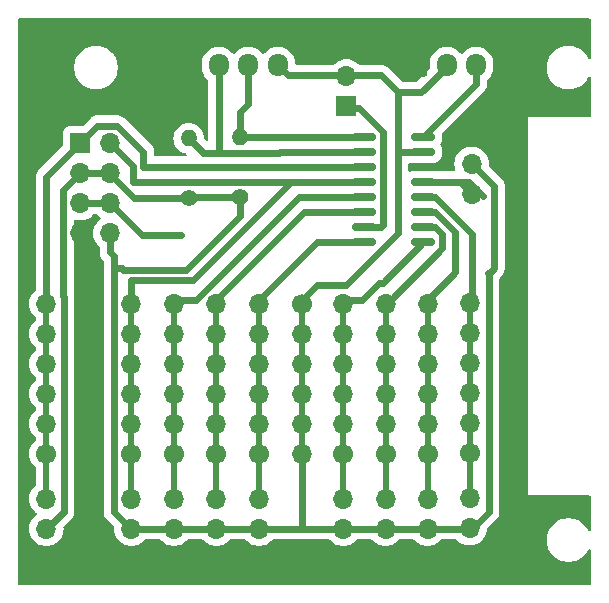
<source format=gtl>
G04 #@! TF.GenerationSoftware,KiCad,Pcbnew,8.0.4-8.0.4-0~ubuntu24.04.1*
G04 #@! TF.CreationDate,2024-07-23T19:16:05+03:00*
G04 #@! TF.ProjectId,stripe_board,73747269-7065-45f6-926f-6172642e6b69,rev?*
G04 #@! TF.SameCoordinates,Original*
G04 #@! TF.FileFunction,Copper,L1,Top*
G04 #@! TF.FilePolarity,Positive*
%FSLAX46Y46*%
G04 Gerber Fmt 4.6, Leading zero omitted, Abs format (unit mm)*
G04 Created by KiCad (PCBNEW 8.0.4-8.0.4-0~ubuntu24.04.1) date 2024-07-23 19:16:05*
%MOMM*%
%LPD*%
G01*
G04 APERTURE LIST*
G04 #@! TA.AperFunction,EtchedComponent*
%ADD10C,0.500000*%
G04 #@! TD*
G04 #@! TA.AperFunction,ComponentPad*
%ADD11C,1.700000*%
G04 #@! TD*
G04 #@! TA.AperFunction,ComponentPad*
%ADD12O,1.700000X1.700000*%
G04 #@! TD*
G04 #@! TA.AperFunction,ComponentPad*
%ADD13R,1.700000X1.700000*%
G04 #@! TD*
G04 #@! TA.AperFunction,ComponentPad*
%ADD14O,1.700000X1.950000*%
G04 #@! TD*
G04 #@! TA.AperFunction,ComponentPad*
%ADD15C,1.400000*%
G04 #@! TD*
G04 #@! TA.AperFunction,ComponentPad*
%ADD16O,1.400000X1.400000*%
G04 #@! TD*
G04 #@! TA.AperFunction,Conductor*
%ADD17C,0.600000*%
G04 #@! TD*
G04 #@! TA.AperFunction,Conductor*
%ADD18C,0.500000*%
G04 #@! TD*
G04 APERTURE END LIST*
D10*
G04 #@! TO.C,J19*
X41786362Y-36421963D02*
X41786362Y-24721963D01*
G04 #@! TO.C,J6*
X34669075Y-36400000D02*
X34669075Y-24700000D01*
G04 #@! TO.C,J3*
X20400000Y-36400000D02*
X20400000Y-24700000D01*
G04 #@! TO.C,J2*
X38227207Y-36347473D02*
X38227207Y-24647473D01*
G04 #@! TO.C,J10*
X13200000Y-36400000D02*
X13200000Y-24700000D01*
G04 #@! TO.C,J1*
X6000000Y-36400000D02*
X6000000Y-24700000D01*
G04 #@! TO.C,J9*
X16800000Y-36400000D02*
X16800000Y-24700000D01*
G04 #@! TO.C,J4*
X27544045Y-36400309D02*
X27544045Y-24700309D01*
G04 #@! TO.C,J5*
X31113498Y-36400000D02*
X31113498Y-24700000D01*
G04 #@! TO.C,J12*
X2400000Y-36400000D02*
X2400000Y-24700000D01*
G04 #@! TO.C,J18*
X24006151Y-24733487D02*
X24006151Y-36433487D01*
G04 #@! TO.C,J11*
X9600000Y-36400000D02*
X9600000Y-24700000D01*
G04 #@! TD*
D11*
G04 #@! TO.P,J19,1,Pin_1*
G04 #@! TO.N,GND*
X41786362Y-36921963D03*
D12*
X41786362Y-34381963D03*
X41786362Y-31841963D03*
X41786362Y-29301963D03*
X41786362Y-26761963D03*
X41786362Y-24221963D03*
G04 #@! TD*
D13*
G04 #@! TO.P,Srv10,1,GND*
G04 #@! TO.N,GND*
X2400000Y-45790000D03*
D12*
G04 #@! TO.P,Srv10,2,5v*
G04 #@! TO.N,5V*
X2400000Y-43250000D03*
G04 #@! TO.P,Srv10,3,PWM*
G04 #@! TO.N,PWM1*
X2400000Y-40710000D03*
G04 #@! TD*
D13*
G04 #@! TO.P,J20,1,Pin_1*
G04 #@! TO.N,PWM1*
X5260000Y-10600000D03*
D12*
G04 #@! TO.P,J20,2,Pin_2*
G04 #@! TO.N,PWM2*
X7800000Y-10600000D03*
G04 #@! TO.P,J20,3,Pin_3*
G04 #@! TO.N,5V*
X5260000Y-13140000D03*
G04 #@! TO.P,J20,4,Pin_4*
X7800000Y-13140000D03*
G04 #@! TO.P,J20,5,Pin_5*
G04 #@! TO.N,Net-(J20-Pin_5)*
X5260000Y-15680000D03*
G04 #@! TO.P,J20,6,Pin_6*
X7800000Y-15680000D03*
G04 #@! TO.P,J20,7,Pin_7*
G04 #@! TO.N,GND*
X5260000Y-18220000D03*
G04 #@! TO.P,J20,8,Pin_8*
G04 #@! TO.N,5V*
X7800000Y-18220000D03*
G04 #@! TD*
G04 #@! TO.P,U1,1,PC1*
G04 #@! TO.N,SDA*
G04 #@! TA.AperFunction,SMDPad,CuDef*
G36*
G01*
X28304015Y-10230000D02*
X28304015Y-9930000D01*
G75*
G02*
X28454015Y-9780000I150000J0D01*
G01*
X30154015Y-9780000D01*
G75*
G02*
X30304015Y-9930000I0J-150000D01*
G01*
X30304015Y-10230000D01*
G75*
G02*
X30154015Y-10380000I-150000J0D01*
G01*
X28454015Y-10380000D01*
G75*
G02*
X28304015Y-10230000I0J150000D01*
G01*
G37*
G04 #@! TD.AperFunction*
G04 #@! TO.P,U1,2,PC2*
G04 #@! TO.N,SCL*
G04 #@! TA.AperFunction,SMDPad,CuDef*
G36*
G01*
X28304015Y-11500000D02*
X28304015Y-11200000D01*
G75*
G02*
X28454015Y-11050000I150000J0D01*
G01*
X30154015Y-11050000D01*
G75*
G02*
X30304015Y-11200000I0J-150000D01*
G01*
X30304015Y-11500000D01*
G75*
G02*
X30154015Y-11650000I-150000J0D01*
G01*
X28454015Y-11650000D01*
G75*
G02*
X28304015Y-11500000I0J150000D01*
G01*
G37*
G04 #@! TD.AperFunction*
G04 #@! TO.P,U1,3,PC3*
G04 #@! TO.N,PWM1*
G04 #@! TA.AperFunction,SMDPad,CuDef*
G36*
G01*
X28304015Y-12770000D02*
X28304015Y-12470000D01*
G75*
G02*
X28454015Y-12320000I150000J0D01*
G01*
X30154015Y-12320000D01*
G75*
G02*
X30304015Y-12470000I0J-150000D01*
G01*
X30304015Y-12770000D01*
G75*
G02*
X30154015Y-12920000I-150000J0D01*
G01*
X28454015Y-12920000D01*
G75*
G02*
X28304015Y-12770000I0J150000D01*
G01*
G37*
G04 #@! TD.AperFunction*
G04 #@! TO.P,U1,4,PC4*
G04 #@! TO.N,PWM2*
G04 #@! TA.AperFunction,SMDPad,CuDef*
G36*
G01*
X28304015Y-14040000D02*
X28304015Y-13740000D01*
G75*
G02*
X28454015Y-13590000I150000J0D01*
G01*
X30154015Y-13590000D01*
G75*
G02*
X30304015Y-13740000I0J-150000D01*
G01*
X30304015Y-14040000D01*
G75*
G02*
X30154015Y-14190000I-150000J0D01*
G01*
X28454015Y-14190000D01*
G75*
G02*
X28304015Y-14040000I0J150000D01*
G01*
G37*
G04 #@! TD.AperFunction*
G04 #@! TO.P,U1,5,PC6*
G04 #@! TO.N,/PC5*
G04 #@! TA.AperFunction,SMDPad,CuDef*
G36*
G01*
X28304015Y-15310000D02*
X28304015Y-15010000D01*
G75*
G02*
X28454015Y-14860000I150000J0D01*
G01*
X30154015Y-14860000D01*
G75*
G02*
X30304015Y-15010000I0J-150000D01*
G01*
X30304015Y-15310000D01*
G75*
G02*
X30154015Y-15460000I-150000J0D01*
G01*
X28454015Y-15460000D01*
G75*
G02*
X28304015Y-15310000I0J150000D01*
G01*
G37*
G04 #@! TD.AperFunction*
G04 #@! TO.P,U1,6,PC7*
G04 #@! TO.N,/PC7*
G04 #@! TA.AperFunction,SMDPad,CuDef*
G36*
G01*
X28304015Y-16580000D02*
X28304015Y-16280000D01*
G75*
G02*
X28454015Y-16130000I150000J0D01*
G01*
X30154015Y-16130000D01*
G75*
G02*
X30304015Y-16280000I0J-150000D01*
G01*
X30304015Y-16580000D01*
G75*
G02*
X30154015Y-16730000I-150000J0D01*
G01*
X28454015Y-16730000D01*
G75*
G02*
X28304015Y-16580000I0J150000D01*
G01*
G37*
G04 #@! TD.AperFunction*
G04 #@! TO.P,U1,7,PD1*
G04 #@! TO.N,SWIO*
G04 #@! TA.AperFunction,SMDPad,CuDef*
G36*
G01*
X28304015Y-17850000D02*
X28304015Y-17550000D01*
G75*
G02*
X28454015Y-17400000I150000J0D01*
G01*
X30154015Y-17400000D01*
G75*
G02*
X30304015Y-17550000I0J-150000D01*
G01*
X30304015Y-17850000D01*
G75*
G02*
X30154015Y-18000000I-150000J0D01*
G01*
X28454015Y-18000000D01*
G75*
G02*
X28304015Y-17850000I0J150000D01*
G01*
G37*
G04 #@! TD.AperFunction*
G04 #@! TO.P,U1,8,PD4*
G04 #@! TO.N,/PD4*
G04 #@! TA.AperFunction,SMDPad,CuDef*
G36*
G01*
X28304015Y-19120000D02*
X28304015Y-18820000D01*
G75*
G02*
X28454015Y-18670000I150000J0D01*
G01*
X30154015Y-18670000D01*
G75*
G02*
X30304015Y-18820000I0J-150000D01*
G01*
X30304015Y-19120000D01*
G75*
G02*
X30154015Y-19270000I-150000J0D01*
G01*
X28454015Y-19270000D01*
G75*
G02*
X28304015Y-19120000I0J150000D01*
G01*
G37*
G04 #@! TD.AperFunction*
G04 #@! TO.P,U1,9,PD5*
G04 #@! TO.N,/PD5*
G04 #@! TA.AperFunction,SMDPad,CuDef*
G36*
G01*
X33304015Y-19120000D02*
X33304015Y-18820000D01*
G75*
G02*
X33454015Y-18670000I150000J0D01*
G01*
X35154015Y-18670000D01*
G75*
G02*
X35304015Y-18820000I0J-150000D01*
G01*
X35304015Y-19120000D01*
G75*
G02*
X35154015Y-19270000I-150000J0D01*
G01*
X33454015Y-19270000D01*
G75*
G02*
X33304015Y-19120000I0J150000D01*
G01*
G37*
G04 #@! TD.AperFunction*
G04 #@! TO.P,U1,10,PD6*
G04 #@! TO.N,/PD6*
G04 #@! TA.AperFunction,SMDPad,CuDef*
G36*
G01*
X33304015Y-17850000D02*
X33304015Y-17550000D01*
G75*
G02*
X33454015Y-17400000I150000J0D01*
G01*
X35154015Y-17400000D01*
G75*
G02*
X35304015Y-17550000I0J-150000D01*
G01*
X35304015Y-17850000D01*
G75*
G02*
X35154015Y-18000000I-150000J0D01*
G01*
X33454015Y-18000000D01*
G75*
G02*
X33304015Y-17850000I0J150000D01*
G01*
G37*
G04 #@! TD.AperFunction*
G04 #@! TO.P,U1,11,PD7*
G04 #@! TO.N,/PD7*
G04 #@! TA.AperFunction,SMDPad,CuDef*
G36*
G01*
X33304015Y-16580000D02*
X33304015Y-16280000D01*
G75*
G02*
X33454015Y-16130000I150000J0D01*
G01*
X35154015Y-16130000D01*
G75*
G02*
X35304015Y-16280000I0J-150000D01*
G01*
X35304015Y-16580000D01*
G75*
G02*
X35154015Y-16730000I-150000J0D01*
G01*
X33454015Y-16730000D01*
G75*
G02*
X33304015Y-16580000I0J150000D01*
G01*
G37*
G04 #@! TD.AperFunction*
G04 #@! TO.P,U1,12,PA1*
G04 #@! TO.N,/PA1*
G04 #@! TA.AperFunction,SMDPad,CuDef*
G36*
G01*
X33304015Y-15310000D02*
X33304015Y-15010000D01*
G75*
G02*
X33454015Y-14860000I150000J0D01*
G01*
X35154015Y-14860000D01*
G75*
G02*
X35304015Y-15010000I0J-150000D01*
G01*
X35304015Y-15310000D01*
G75*
G02*
X35154015Y-15460000I-150000J0D01*
G01*
X33454015Y-15460000D01*
G75*
G02*
X33304015Y-15310000I0J150000D01*
G01*
G37*
G04 #@! TD.AperFunction*
G04 #@! TO.P,U1,13,PA2*
G04 #@! TO.N,/PA2*
G04 #@! TA.AperFunction,SMDPad,CuDef*
G36*
G01*
X33304015Y-14040000D02*
X33304015Y-13740000D01*
G75*
G02*
X33454015Y-13590000I150000J0D01*
G01*
X35154015Y-13590000D01*
G75*
G02*
X35304015Y-13740000I0J-150000D01*
G01*
X35304015Y-14040000D01*
G75*
G02*
X35154015Y-14190000I-150000J0D01*
G01*
X33454015Y-14190000D01*
G75*
G02*
X33304015Y-14040000I0J150000D01*
G01*
G37*
G04 #@! TD.AperFunction*
G04 #@! TO.P,U1,14,VSS*
G04 #@! TO.N,GND*
G04 #@! TA.AperFunction,SMDPad,CuDef*
G36*
G01*
X33304015Y-12770000D02*
X33304015Y-12470000D01*
G75*
G02*
X33454015Y-12320000I150000J0D01*
G01*
X35154015Y-12320000D01*
G75*
G02*
X35304015Y-12470000I0J-150000D01*
G01*
X35304015Y-12770000D01*
G75*
G02*
X35154015Y-12920000I-150000J0D01*
G01*
X33454015Y-12920000D01*
G75*
G02*
X33304015Y-12770000I0J150000D01*
G01*
G37*
G04 #@! TD.AperFunction*
G04 #@! TO.P,U1,15,VDD*
G04 #@! TO.N,5V*
G04 #@! TA.AperFunction,SMDPad,CuDef*
G36*
G01*
X33304015Y-11500000D02*
X33304015Y-11200000D01*
G75*
G02*
X33454015Y-11050000I150000J0D01*
G01*
X35154015Y-11050000D01*
G75*
G02*
X35304015Y-11200000I0J-150000D01*
G01*
X35304015Y-11500000D01*
G75*
G02*
X35154015Y-11650000I-150000J0D01*
G01*
X33454015Y-11650000D01*
G75*
G02*
X33304015Y-11500000I0J150000D01*
G01*
G37*
G04 #@! TD.AperFunction*
G04 #@! TO.P,U1,16,PC0*
G04 #@! TO.N,RC_IN*
G04 #@! TA.AperFunction,SMDPad,CuDef*
G36*
G01*
X33304015Y-10230000D02*
X33304015Y-9930000D01*
G75*
G02*
X33454015Y-9780000I150000J0D01*
G01*
X35154015Y-9780000D01*
G75*
G02*
X35304015Y-9930000I0J-150000D01*
G01*
X35304015Y-10230000D01*
G75*
G02*
X35154015Y-10380000I-150000J0D01*
G01*
X33454015Y-10380000D01*
G75*
G02*
X33304015Y-10230000I0J150000D01*
G01*
G37*
G04 #@! TD.AperFunction*
G04 #@! TD*
D11*
G04 #@! TO.P,J6,1,Pin_1*
G04 #@! TO.N,/PD7*
X34669075Y-36900000D03*
D12*
X34669075Y-34360000D03*
X34669075Y-31820000D03*
X34669075Y-29280000D03*
X34669075Y-26740000D03*
X34669075Y-24200000D03*
G04 #@! TD*
G04 #@! TO.P,J17,1,Pin_1*
G04 #@! TO.N,GND*
G04 #@! TA.AperFunction,ComponentPad*
G36*
G01*
X13650000Y-4725000D02*
X13650000Y-3275000D01*
G75*
G02*
X13900000Y-3025000I250000J0D01*
G01*
X15100000Y-3025000D01*
G75*
G02*
X15350000Y-3275000I0J-250000D01*
G01*
X15350000Y-4725000D01*
G75*
G02*
X15100000Y-4975000I-250000J0D01*
G01*
X13900000Y-4975000D01*
G75*
G02*
X13650000Y-4725000I0J250000D01*
G01*
G37*
G04 #@! TD.AperFunction*
D14*
G04 #@! TO.P,J17,2,Pin_2*
G04 #@! TO.N,SCL*
X17000000Y-4000000D03*
G04 #@! TO.P,J17,3,Pin_3*
G04 #@! TO.N,SDA*
X19500000Y-4000000D03*
G04 #@! TO.P,J17,4,Pin_4*
G04 #@! TO.N,5V*
X22000000Y-4000000D03*
G04 #@! TD*
D13*
G04 #@! TO.P,Srv7,1,GND*
G04 #@! TO.N,GND*
X38227207Y-45737473D03*
D12*
G04 #@! TO.P,Srv7,2,5v*
G04 #@! TO.N,5V*
X38227207Y-43197473D03*
G04 #@! TO.P,Srv7,3,PWM*
G04 #@! TO.N,/PA1*
X38227207Y-40657473D03*
G04 #@! TD*
D13*
G04 #@! TO.P,Srv9,1,GND*
G04 #@! TO.N,GND*
X9600000Y-45790000D03*
D12*
G04 #@! TO.P,Srv9,2,5v*
G04 #@! TO.N,5V*
X9600000Y-43250000D03*
G04 #@! TO.P,Srv9,3,PWM*
G04 #@! TO.N,PWM2*
X9600000Y-40710000D03*
G04 #@! TD*
D11*
G04 #@! TO.P,J3,1,Pin_1*
G04 #@! TO.N,/PD4*
X20400000Y-36900000D03*
D12*
X20400000Y-34360000D03*
X20400000Y-31820000D03*
X20400000Y-29280000D03*
X20400000Y-26740000D03*
X20400000Y-24200000D03*
G04 #@! TD*
D15*
G04 #@! TO.P,R1,1*
G04 #@! TO.N,5V*
X14450000Y-15280000D03*
D16*
G04 #@! TO.P,R1,2*
G04 #@! TO.N,SCL*
X14450000Y-10200000D03*
G04 #@! TD*
D11*
G04 #@! TO.P,J2,1,Pin_1*
G04 #@! TO.N,/PA1*
X38227207Y-36847473D03*
D12*
X38227207Y-34307473D03*
X38227207Y-31767473D03*
X38227207Y-29227473D03*
X38227207Y-26687473D03*
X38227207Y-24147473D03*
G04 #@! TD*
D15*
G04 #@! TO.P,R2,1*
G04 #@! TO.N,5V*
X18800000Y-15200000D03*
D16*
G04 #@! TO.P,R2,2*
G04 #@! TO.N,SDA*
X18800000Y-10120000D03*
G04 #@! TD*
D11*
G04 #@! TO.P,J10,1,Pin_1*
G04 #@! TO.N,/PC5*
X13200000Y-36900000D03*
D12*
X13200000Y-34360000D03*
X13200000Y-31820000D03*
X13200000Y-29280000D03*
X13200000Y-26740000D03*
X13200000Y-24200000D03*
G04 #@! TD*
D13*
G04 #@! TO.P,J16,1,Pin_1*
G04 #@! TO.N,SWIO*
X27800000Y-7480000D03*
D12*
G04 #@! TO.P,J16,2,Pin_2*
G04 #@! TO.N,5V*
X27800000Y-4940000D03*
G04 #@! TO.P,J16,3,Pin_3*
G04 #@! TO.N,GND*
X27800000Y-2400000D03*
G04 #@! TD*
D11*
G04 #@! TO.P,J1,1,Pin_1*
G04 #@! TO.N,GND*
X6000000Y-36900000D03*
D12*
X6000000Y-34360000D03*
X6000000Y-31820000D03*
X6000000Y-29280000D03*
X6000000Y-26740000D03*
X6000000Y-24200000D03*
G04 #@! TD*
D11*
G04 #@! TO.P,J9,1,Pin_1*
G04 #@! TO.N,/PC7*
X16800000Y-36900000D03*
D12*
X16800000Y-34360000D03*
X16800000Y-31820000D03*
X16800000Y-29280000D03*
X16800000Y-26740000D03*
X16800000Y-24200000D03*
G04 #@! TD*
D13*
G04 #@! TO.P,Srv1,1,GND*
G04 #@! TO.N,GND*
X34669075Y-45790000D03*
D12*
G04 #@! TO.P,Srv1,2,5v*
G04 #@! TO.N,5V*
X34669075Y-43250000D03*
G04 #@! TO.P,Srv1,3,PWM*
G04 #@! TO.N,/PD7*
X34669075Y-40710000D03*
G04 #@! TD*
D11*
G04 #@! TO.P,J4,1,Pin_1*
G04 #@! TO.N,/PD5*
X27544045Y-36900309D03*
D12*
X27544045Y-34360309D03*
X27544045Y-31820309D03*
X27544045Y-29280309D03*
X27544045Y-26740309D03*
X27544045Y-24200309D03*
G04 #@! TD*
D13*
G04 #@! TO.P,Srv6,1,GND*
G04 #@! TO.N,GND*
X13200000Y-45790000D03*
D12*
G04 #@! TO.P,Srv6,2,5v*
G04 #@! TO.N,5V*
X13200000Y-43250000D03*
G04 #@! TO.P,Srv6,3,PWM*
G04 #@! TO.N,/PC5*
X13200000Y-40710000D03*
G04 #@! TD*
D11*
G04 #@! TO.P,J5,1,Pin_1*
G04 #@! TO.N,/PD6*
X31113498Y-36900000D03*
D12*
X31113498Y-34360000D03*
X31113498Y-31820000D03*
X31113498Y-29280000D03*
X31113498Y-26740000D03*
X31113498Y-24200000D03*
G04 #@! TD*
D11*
G04 #@! TO.P,J12,1,Pin_1*
G04 #@! TO.N,PWM1*
X2400000Y-36900000D03*
D12*
X2400000Y-34360000D03*
X2400000Y-31820000D03*
X2400000Y-29280000D03*
X2400000Y-26740000D03*
X2400000Y-24200000D03*
G04 #@! TD*
D13*
G04 #@! TO.P,Srv8,1,GND*
G04 #@! TO.N,GND*
X38400000Y-9800000D03*
D12*
G04 #@! TO.P,Srv8,2,5v*
G04 #@! TO.N,5V*
X38400000Y-12340000D03*
G04 #@! TO.P,Srv8,3,PWM*
G04 #@! TO.N,/PA2*
X38400000Y-14880000D03*
G04 #@! TD*
D13*
G04 #@! TO.P,Srv4,1,GND*
G04 #@! TO.N,GND*
X20400000Y-45790000D03*
D12*
G04 #@! TO.P,Srv4,2,5v*
G04 #@! TO.N,5V*
X20400000Y-43250000D03*
G04 #@! TO.P,Srv4,3,PWM*
G04 #@! TO.N,/PD4*
X20400000Y-40710000D03*
G04 #@! TD*
D11*
G04 #@! TO.P,J18,1,Pin_1*
G04 #@! TO.N,5V*
X24006151Y-24233487D03*
D12*
X24006151Y-26773487D03*
X24006151Y-29313487D03*
X24006151Y-31853487D03*
X24006151Y-34393487D03*
X24006151Y-36933487D03*
G04 #@! TD*
D13*
G04 #@! TO.P,Srv2,1,GND*
G04 #@! TO.N,GND*
X31113498Y-45790000D03*
D12*
G04 #@! TO.P,Srv2,2,5v*
G04 #@! TO.N,5V*
X31113498Y-43250000D03*
G04 #@! TO.P,Srv2,3,PWM*
G04 #@! TO.N,/PD6*
X31113498Y-40710000D03*
G04 #@! TD*
D11*
G04 #@! TO.P,J11,1,Pin_1*
G04 #@! TO.N,PWM2*
X9600000Y-36900000D03*
D12*
X9600000Y-34360000D03*
X9600000Y-31820000D03*
X9600000Y-29280000D03*
X9600000Y-26740000D03*
X9600000Y-24200000D03*
G04 #@! TD*
G04 #@! TO.P,J13,1,Pin_1*
G04 #@! TO.N,GND*
G04 #@! TA.AperFunction,ComponentPad*
G36*
G01*
X32950000Y-4725000D02*
X32950000Y-3275000D01*
G75*
G02*
X33200000Y-3025000I250000J0D01*
G01*
X34400000Y-3025000D01*
G75*
G02*
X34650000Y-3275000I0J-250000D01*
G01*
X34650000Y-4725000D01*
G75*
G02*
X34400000Y-4975000I-250000J0D01*
G01*
X33200000Y-4975000D01*
G75*
G02*
X32950000Y-4725000I0J250000D01*
G01*
G37*
G04 #@! TD.AperFunction*
D14*
G04 #@! TO.P,J13,2,Pin_2*
G04 #@! TO.N,5V*
X36300000Y-4000000D03*
G04 #@! TO.P,J13,3,Pin_3*
G04 #@! TO.N,RC_IN*
X38800000Y-4000000D03*
G04 #@! TD*
D13*
G04 #@! TO.P,Srv5,1,GND*
G04 #@! TO.N,GND*
X16800000Y-45790000D03*
D12*
G04 #@! TO.P,Srv5,2,5v*
G04 #@! TO.N,5V*
X16800000Y-43250000D03*
G04 #@! TO.P,Srv5,3,PWM*
G04 #@! TO.N,/PC7*
X16800000Y-40710000D03*
G04 #@! TD*
D13*
G04 #@! TO.P,Srv3,1,GND*
G04 #@! TO.N,GND*
X27544045Y-45790309D03*
D12*
G04 #@! TO.P,Srv3,2,5v*
G04 #@! TO.N,5V*
X27544045Y-43250309D03*
G04 #@! TO.P,Srv3,3,PWM*
G04 #@! TO.N,/PD5*
X27544045Y-40710309D03*
G04 #@! TD*
D17*
G04 #@! TO.N,/PA2*
X38210000Y-13890000D02*
X36800000Y-13890000D01*
X36800000Y-13890000D02*
X34304015Y-13890000D01*
X38400000Y-14880000D02*
X37410000Y-13890000D01*
X37410000Y-13890000D02*
X36800000Y-13890000D01*
G04 #@! TO.N,5V*
X38400000Y-12340000D02*
X40300000Y-14240000D01*
X40300000Y-14240000D02*
X40300000Y-21200000D01*
X40300000Y-21200000D02*
X39850000Y-21650000D01*
X39800000Y-21600000D02*
X39850000Y-21650000D01*
G04 #@! TO.N,/PA2*
X39400000Y-15080000D02*
X38210000Y-13890000D01*
G04 #@! TO.N,5V*
X39850000Y-41800000D02*
X38400000Y-43250000D01*
X39850000Y-21650000D02*
X39850000Y-41800000D01*
X38400000Y-43250000D02*
X20400000Y-43250000D01*
G04 #@! TO.N,SWIO*
X28888831Y-7600000D02*
X27920000Y-7600000D01*
X27920000Y-7600000D02*
X27800000Y-7480000D01*
G04 #@! TO.N,5V*
X29000000Y-4860000D02*
X22860000Y-4860000D01*
X22860000Y-4860000D02*
X22000000Y-4000000D01*
X32150000Y-6312081D02*
X30697919Y-4860000D01*
X30697919Y-4860000D02*
X29000000Y-4860000D01*
G04 #@! TO.N,SCL*
X22080000Y-11420000D02*
X17000000Y-11420000D01*
X17000000Y-11420000D02*
X15670000Y-11420000D01*
X17000000Y-7650000D02*
X17000000Y-11420000D01*
X17000000Y-7650000D02*
X17000000Y-4000000D01*
G04 #@! TO.N,SDA*
X18800000Y-10120000D02*
X18800000Y-8000000D01*
X18800000Y-8000000D02*
X19500000Y-7300000D01*
X19500000Y-7300000D02*
X19500000Y-4000000D01*
G04 #@! TO.N,5V*
X7800000Y-18220000D02*
X7800000Y-19820000D01*
X7800000Y-19820000D02*
X8150000Y-20170000D01*
G04 #@! TO.N,Net-(J20-Pin_5)*
X7800000Y-15680000D02*
X10520000Y-18400000D01*
X10520000Y-18400000D02*
X13800000Y-18400000D01*
X5480000Y-15680000D02*
X5600000Y-15800000D01*
X5260000Y-15680000D02*
X5480000Y-15680000D01*
X5600000Y-15800000D02*
X5720000Y-15680000D01*
X5720000Y-15680000D02*
X7800000Y-15680000D01*
G04 #@! TO.N,5V*
X14450000Y-15280000D02*
X9827208Y-15280000D01*
X9827208Y-15280000D02*
X7800000Y-13252792D01*
X7800000Y-13252792D02*
X7800000Y-13140000D01*
G04 #@! TO.N,PWM2*
X9710000Y-13890000D02*
X9710000Y-12510000D01*
X9710000Y-12510000D02*
X7800000Y-10600000D01*
G04 #@! TO.N,5V*
X5260000Y-13140000D02*
X7800000Y-13140000D01*
G04 #@! TO.N,PWM1*
X5260000Y-10600000D02*
X2400000Y-13460000D01*
X2400000Y-13460000D02*
X2400000Y-23850000D01*
G04 #@! TO.N,5V*
X3850000Y-23599390D02*
X3810000Y-23559390D01*
X3810000Y-23559390D02*
X3810000Y-14590000D01*
X3810000Y-14590000D02*
X5260000Y-13140000D01*
G04 #@! TO.N,PWM1*
X10620000Y-12620000D02*
X10620000Y-11369390D01*
X10620000Y-11369390D02*
X8400610Y-9150000D01*
X8400610Y-9150000D02*
X6710000Y-9150000D01*
X6710000Y-9150000D02*
X5260000Y-10600000D01*
G04 #@! TO.N,5V*
X32150000Y-11350000D02*
X32150000Y-18188831D01*
X32150000Y-18188831D02*
X27738831Y-22600000D01*
X27738831Y-22600000D02*
X25289638Y-22600000D01*
X25289638Y-22600000D02*
X24006151Y-23883487D01*
X18800000Y-16750000D02*
X14200000Y-21350000D01*
X14530000Y-15200000D02*
X14450000Y-15280000D01*
X18800000Y-15200000D02*
X18800000Y-16750000D01*
X8900000Y-21300000D02*
X14200000Y-21300000D01*
X32150000Y-6312081D02*
X34112919Y-6312081D01*
X8150000Y-21200000D02*
X8150000Y-20170000D01*
X24000000Y-43250000D02*
X9600000Y-43250000D01*
X8800000Y-21200000D02*
X8900000Y-21300000D01*
X8150000Y-41800000D02*
X8150000Y-21200000D01*
X36300000Y-4125000D02*
X36300000Y-4000000D01*
X8150000Y-21200000D02*
X8800000Y-21200000D01*
X18800000Y-15200000D02*
X14530000Y-15200000D01*
X9600000Y-43250000D02*
X8150000Y-41800000D01*
X32150000Y-11350000D02*
X32150000Y-6312081D01*
X3850000Y-41800000D02*
X2400000Y-43250000D01*
X34304015Y-11350000D02*
X33304016Y-11350000D01*
X3850000Y-23599390D02*
X3850000Y-41800000D01*
X34112919Y-6312081D02*
X36300000Y-4125000D01*
X34304015Y-11350000D02*
X32150000Y-11350000D01*
G04 #@! TO.N,GND*
X6200000Y-23650000D02*
X6000000Y-23850000D01*
X6000000Y-20560000D02*
X6000000Y-23850000D01*
G04 #@! TO.N,SWIO*
X30904015Y-17495985D02*
X30904015Y-9615184D01*
X30904015Y-9615184D02*
X28888831Y-7600000D01*
X30904015Y-17495985D02*
X30700000Y-17700000D01*
X30700000Y-17700000D02*
X29304015Y-17700000D01*
G04 #@! TO.N,SCL*
X15670000Y-11420000D02*
X14450000Y-10200000D01*
X22150000Y-11350000D02*
X29304015Y-11350000D01*
X22150000Y-11350000D02*
X22080000Y-11420000D01*
G04 #@! TO.N,SDA*
X23380000Y-10080000D02*
X29304015Y-10080000D01*
X23340000Y-10120000D02*
X23380000Y-10080000D01*
X18800000Y-10120000D02*
X23340000Y-10120000D01*
G04 #@! TO.N,PWM2*
X23800000Y-13890000D02*
X23110000Y-13890000D01*
D18*
X9600000Y-40710000D02*
X9600000Y-37100000D01*
D17*
X23800000Y-13890000D02*
X29304015Y-13890000D01*
X14800000Y-22200000D02*
X9600000Y-22200000D01*
X9710000Y-13890000D02*
X23800000Y-13890000D01*
X23110000Y-13890000D02*
X14800000Y-22200000D01*
X9600000Y-22200000D02*
X9600000Y-23850000D01*
G04 #@! TO.N,/PC7*
X29304015Y-16430000D02*
X24220000Y-16430000D01*
X24220000Y-16430000D02*
X16800000Y-23850000D01*
D18*
X16800000Y-40710000D02*
X16800000Y-37100000D01*
D17*
G04 #@! TO.N,/PC5*
X15099390Y-23850000D02*
X13200000Y-23850000D01*
X23789390Y-15160000D02*
X15099390Y-23850000D01*
D18*
X13200000Y-40710000D02*
X13200000Y-37100000D01*
D17*
X29304015Y-15160000D02*
X23789390Y-15160000D01*
G04 #@! TO.N,RC_IN*
X38800000Y-5584015D02*
X34304015Y-10080000D01*
X38800000Y-4000000D02*
X38800000Y-5584015D01*
D18*
G04 #@! TO.N,PWM1*
X2400000Y-40710000D02*
X2400000Y-37100000D01*
D17*
X29304015Y-12620000D02*
X10620000Y-12620000D01*
G04 #@! TO.N,/PD7*
X37000000Y-21519075D02*
X34669075Y-23850000D01*
X34304015Y-16430000D02*
X35306806Y-16430000D01*
X37000000Y-18123194D02*
X37000000Y-21519075D01*
X35306806Y-16430000D02*
X37000000Y-18123194D01*
D18*
X34669075Y-40710000D02*
X34669075Y-37100000D01*
D17*
G04 #@! TO.N,/PD6*
X35904015Y-18300001D02*
X35904015Y-19495985D01*
X35904015Y-19495985D02*
X31550000Y-23850000D01*
X34304015Y-17700000D02*
X35304014Y-17700000D01*
D18*
X31113498Y-40710000D02*
X31113498Y-37100000D01*
D17*
X31550000Y-23850000D02*
X31113498Y-23850000D01*
X35304014Y-17700000D02*
X35904015Y-18300001D01*
G04 #@! TO.N,/PA1*
X34304015Y-15160000D02*
X35309598Y-15160000D01*
X35309598Y-15160000D02*
X38400000Y-18250402D01*
X38400000Y-18250402D02*
X38400000Y-23850000D01*
D18*
X38227207Y-40657473D02*
X38227207Y-37047473D01*
D17*
G04 #@! TO.N,/PD5*
X29149691Y-23850309D02*
X27544045Y-23850309D01*
X30600000Y-22400000D02*
X29149691Y-23850309D01*
X34304015Y-18970000D02*
X30874015Y-22400000D01*
D18*
X27544045Y-40710309D02*
X27544045Y-37100309D01*
D17*
X30874015Y-22400000D02*
X30600000Y-22400000D01*
G04 #@! TO.N,/PD4*
X25280000Y-18970000D02*
X20400000Y-23850000D01*
D18*
X20400000Y-40710000D02*
X20400000Y-37100000D01*
D17*
X29304015Y-18970000D02*
X25280000Y-18970000D01*
G04 #@! TO.N,5V*
X24000000Y-43250000D02*
X24000000Y-37200000D01*
G04 #@! TD*
G04 #@! TA.AperFunction,Conductor*
G04 #@! TO.N,GND*
G36*
X48378090Y-29342D02*
G01*
X48445116Y-49067D01*
X48490839Y-101899D01*
X48502013Y-153342D01*
X48502013Y-3332884D01*
X48482328Y-3399923D01*
X48429524Y-3445678D01*
X48360366Y-3455622D01*
X48296810Y-3426597D01*
X48265510Y-3383193D01*
X48265022Y-3383434D01*
X48263589Y-3380529D01*
X48263455Y-3380343D01*
X48263231Y-3379804D01*
X48263226Y-3379794D01*
X48263224Y-3379788D01*
X48141936Y-3169711D01*
X48016087Y-3005701D01*
X47994266Y-2977263D01*
X47994260Y-2977256D01*
X47822743Y-2805739D01*
X47822736Y-2805733D01*
X47630293Y-2658067D01*
X47630292Y-2658066D01*
X47630289Y-2658064D01*
X47420212Y-2536776D01*
X47420205Y-2536773D01*
X47196104Y-2443947D01*
X46961785Y-2381161D01*
X46721289Y-2349500D01*
X46721288Y-2349500D01*
X46478712Y-2349500D01*
X46478711Y-2349500D01*
X46238214Y-2381161D01*
X46003895Y-2443947D01*
X45779794Y-2536773D01*
X45779785Y-2536777D01*
X45569706Y-2658067D01*
X45377263Y-2805733D01*
X45377256Y-2805739D01*
X45205739Y-2977256D01*
X45205733Y-2977263D01*
X45058067Y-3169706D01*
X44936777Y-3379785D01*
X44936773Y-3379794D01*
X44843947Y-3603895D01*
X44781161Y-3838214D01*
X44749500Y-4078711D01*
X44749500Y-4321288D01*
X44781161Y-4561785D01*
X44843947Y-4796104D01*
X44904874Y-4943194D01*
X44936776Y-5020212D01*
X45058064Y-5230289D01*
X45058066Y-5230292D01*
X45058067Y-5230293D01*
X45205733Y-5422736D01*
X45205739Y-5422743D01*
X45377256Y-5594260D01*
X45377263Y-5594266D01*
X45460340Y-5658013D01*
X45569711Y-5741936D01*
X45779788Y-5863224D01*
X46003900Y-5956054D01*
X46238211Y-6018838D01*
X46418586Y-6042584D01*
X46478711Y-6050500D01*
X46478712Y-6050500D01*
X46721289Y-6050500D01*
X46769388Y-6044167D01*
X46961789Y-6018838D01*
X47196100Y-5956054D01*
X47420212Y-5863224D01*
X47630289Y-5741936D01*
X47822738Y-5594265D01*
X47994265Y-5422738D01*
X48141936Y-5230289D01*
X48263224Y-5020212D01*
X48263451Y-5019665D01*
X48263560Y-5019528D01*
X48265022Y-5016566D01*
X48265684Y-5016892D01*
X48307291Y-4965260D01*
X48373584Y-4943194D01*
X48441284Y-4960472D01*
X48488896Y-5011608D01*
X48502013Y-5067115D01*
X48502013Y-8304728D01*
X48482328Y-8371767D01*
X48429524Y-8417522D01*
X48377325Y-8428726D01*
X43200000Y-8400000D01*
X43200000Y-40400000D01*
X48377703Y-40417999D01*
X48444673Y-40437916D01*
X48490244Y-40490879D01*
X48501271Y-40541998D01*
X48501271Y-43331093D01*
X48481586Y-43398132D01*
X48428782Y-43443887D01*
X48359624Y-43453831D01*
X48296068Y-43424806D01*
X48265915Y-43382993D01*
X48265022Y-43383434D01*
X48263226Y-43379794D01*
X48263224Y-43379788D01*
X48141936Y-43169711D01*
X48066037Y-43070797D01*
X47994266Y-42977263D01*
X47994260Y-42977256D01*
X47822743Y-42805739D01*
X47822736Y-42805733D01*
X47630293Y-42658067D01*
X47630292Y-42658066D01*
X47630289Y-42658064D01*
X47420212Y-42536776D01*
X47420205Y-42536773D01*
X47196104Y-42443947D01*
X46961785Y-42381161D01*
X46721289Y-42349500D01*
X46721288Y-42349500D01*
X46478712Y-42349500D01*
X46478711Y-42349500D01*
X46238214Y-42381161D01*
X46003895Y-42443947D01*
X45779794Y-42536773D01*
X45779785Y-42536777D01*
X45569706Y-42658067D01*
X45377263Y-42805733D01*
X45377256Y-42805739D01*
X45205739Y-42977256D01*
X45205733Y-42977263D01*
X45058067Y-43169706D01*
X44936777Y-43379785D01*
X44936773Y-43379794D01*
X44843947Y-43603895D01*
X44781161Y-43838214D01*
X44749500Y-44078711D01*
X44749500Y-44321288D01*
X44781161Y-44561785D01*
X44843947Y-44796104D01*
X44905616Y-44944985D01*
X44936776Y-45020212D01*
X45058064Y-45230289D01*
X45058066Y-45230292D01*
X45058067Y-45230293D01*
X45205733Y-45422736D01*
X45205739Y-45422743D01*
X45377256Y-45594260D01*
X45377262Y-45594265D01*
X45569711Y-45741936D01*
X45779788Y-45863224D01*
X46003900Y-45956054D01*
X46238211Y-46018838D01*
X46418586Y-46042584D01*
X46478711Y-46050500D01*
X46478712Y-46050500D01*
X46721289Y-46050500D01*
X46769388Y-46044167D01*
X46961789Y-46018838D01*
X47196100Y-45956054D01*
X47420212Y-45863224D01*
X47630289Y-45741936D01*
X47822738Y-45594265D01*
X47994265Y-45422738D01*
X48141936Y-45230289D01*
X48263224Y-45020212D01*
X48263229Y-45020199D01*
X48265022Y-45016566D01*
X48266188Y-45017141D01*
X48306542Y-44967056D01*
X48372834Y-44944985D01*
X48440535Y-44962259D01*
X48488150Y-45013392D01*
X48501271Y-45068906D01*
X48501271Y-47894381D01*
X48481586Y-47961420D01*
X48428782Y-48007175D01*
X48377224Y-48018381D01*
X123953Y-48000047D01*
X56921Y-47980337D01*
X11186Y-47927516D01*
X0Y-47876047D01*
X0Y-24199994D01*
X944529Y-24199994D01*
X944529Y-24200005D01*
X964379Y-24439559D01*
X1023389Y-24672589D01*
X1119951Y-24892729D01*
X1217109Y-25041439D01*
X1251429Y-25093969D01*
X1414236Y-25270825D01*
X1501664Y-25338872D01*
X1542475Y-25395580D01*
X1549500Y-25436724D01*
X1549500Y-25503274D01*
X1529815Y-25570313D01*
X1501663Y-25601127D01*
X1414238Y-25669173D01*
X1414236Y-25669174D01*
X1414236Y-25669175D01*
X1413952Y-25669484D01*
X1251430Y-25846029D01*
X1251427Y-25846033D01*
X1119951Y-26047270D01*
X1023389Y-26267410D01*
X964379Y-26500440D01*
X944529Y-26739994D01*
X944529Y-26740005D01*
X964379Y-26979559D01*
X1023389Y-27212589D01*
X1119951Y-27432729D01*
X1217109Y-27581439D01*
X1251429Y-27633969D01*
X1414236Y-27810825D01*
X1501664Y-27878872D01*
X1542475Y-27935580D01*
X1549500Y-27976724D01*
X1549500Y-28043274D01*
X1529815Y-28110313D01*
X1501663Y-28141127D01*
X1414238Y-28209173D01*
X1414236Y-28209174D01*
X1414236Y-28209175D01*
X1413952Y-28209484D01*
X1251430Y-28386029D01*
X1251427Y-28386033D01*
X1119951Y-28587270D01*
X1023389Y-28807410D01*
X964379Y-29040440D01*
X944529Y-29279994D01*
X944529Y-29280005D01*
X964379Y-29519559D01*
X1023389Y-29752589D01*
X1119951Y-29972729D01*
X1217109Y-30121439D01*
X1251429Y-30173969D01*
X1414236Y-30350825D01*
X1501664Y-30418872D01*
X1542475Y-30475580D01*
X1549500Y-30516724D01*
X1549500Y-30583274D01*
X1529815Y-30650313D01*
X1501663Y-30681127D01*
X1414238Y-30749173D01*
X1414236Y-30749174D01*
X1414236Y-30749175D01*
X1413952Y-30749484D01*
X1251430Y-30926029D01*
X1251427Y-30926033D01*
X1119951Y-31127270D01*
X1023389Y-31347410D01*
X964379Y-31580440D01*
X944529Y-31819994D01*
X944529Y-31820005D01*
X964379Y-32059559D01*
X1023389Y-32292589D01*
X1119951Y-32512729D01*
X1217109Y-32661439D01*
X1251429Y-32713969D01*
X1414236Y-32890825D01*
X1501664Y-32958872D01*
X1542475Y-33015580D01*
X1549500Y-33056724D01*
X1549500Y-33123274D01*
X1529815Y-33190313D01*
X1501663Y-33221127D01*
X1414238Y-33289173D01*
X1414236Y-33289174D01*
X1414236Y-33289175D01*
X1413952Y-33289484D01*
X1251430Y-33466029D01*
X1251427Y-33466033D01*
X1119951Y-33667270D01*
X1023389Y-33887410D01*
X964379Y-34120440D01*
X944529Y-34359994D01*
X944529Y-34360005D01*
X964379Y-34599559D01*
X1023389Y-34832589D01*
X1119951Y-35052729D01*
X1217109Y-35201439D01*
X1251429Y-35253969D01*
X1414236Y-35430825D01*
X1501664Y-35498872D01*
X1542475Y-35555580D01*
X1549500Y-35596724D01*
X1549500Y-35663274D01*
X1529815Y-35730313D01*
X1501663Y-35761127D01*
X1414238Y-35829173D01*
X1414236Y-35829174D01*
X1414236Y-35829175D01*
X1413952Y-35829484D01*
X1251430Y-36006029D01*
X1251427Y-36006033D01*
X1119951Y-36207270D01*
X1023389Y-36427410D01*
X964379Y-36660440D01*
X944529Y-36899994D01*
X944529Y-36900005D01*
X964379Y-37139559D01*
X1023389Y-37372589D01*
X1119951Y-37592729D01*
X1217109Y-37741439D01*
X1251429Y-37793969D01*
X1414236Y-37970825D01*
X1501664Y-38038872D01*
X1542475Y-38095580D01*
X1549500Y-38136724D01*
X1549500Y-39473274D01*
X1529815Y-39540313D01*
X1501663Y-39571127D01*
X1414238Y-39639173D01*
X1414236Y-39639174D01*
X1414236Y-39639175D01*
X1413952Y-39639484D01*
X1251430Y-39816029D01*
X1251427Y-39816033D01*
X1119951Y-40017270D01*
X1023389Y-40237410D01*
X964379Y-40470440D01*
X944529Y-40709994D01*
X944529Y-40710005D01*
X964379Y-40949559D01*
X1023389Y-41182589D01*
X1119951Y-41402729D01*
X1217109Y-41551439D01*
X1251429Y-41603969D01*
X1414236Y-41780825D01*
X1476928Y-41829620D01*
X1544414Y-41882147D01*
X1585227Y-41938857D01*
X1588901Y-42008630D01*
X1554269Y-42069313D01*
X1544414Y-42077853D01*
X1414238Y-42179173D01*
X1414236Y-42179174D01*
X1414236Y-42179175D01*
X1413952Y-42179484D01*
X1251430Y-42356029D01*
X1251427Y-42356033D01*
X1119951Y-42557270D01*
X1023389Y-42777410D01*
X964379Y-43010440D01*
X944529Y-43249994D01*
X944529Y-43250005D01*
X964379Y-43489559D01*
X1023389Y-43722589D01*
X1119951Y-43942729D01*
X1208794Y-44078712D01*
X1251429Y-44143969D01*
X1414236Y-44320825D01*
X1414239Y-44320827D01*
X1414242Y-44320830D01*
X1603924Y-44468466D01*
X1603930Y-44468470D01*
X1603933Y-44468472D01*
X1815344Y-44582882D01*
X1815347Y-44582883D01*
X2042699Y-44660933D01*
X2042701Y-44660933D01*
X2042703Y-44660934D01*
X2279808Y-44700500D01*
X2279809Y-44700500D01*
X2520191Y-44700500D01*
X2520192Y-44700500D01*
X2757297Y-44660934D01*
X2984656Y-44582882D01*
X3196067Y-44468472D01*
X3385764Y-44320825D01*
X3548571Y-44143969D01*
X3680049Y-43942728D01*
X3776610Y-43722591D01*
X3835620Y-43489563D01*
X3844717Y-43379785D01*
X3855471Y-43250005D01*
X3855471Y-43249995D01*
X3848818Y-43169711D01*
X3846292Y-43139231D01*
X3860372Y-43070797D01*
X3882184Y-43041314D01*
X4549464Y-42374035D01*
X4560139Y-42358059D01*
X4648013Y-42226547D01*
X4679927Y-42149500D01*
X4715895Y-42062666D01*
X4750500Y-41888691D01*
X4750500Y-41711308D01*
X4750500Y-23510699D01*
X4749818Y-23507272D01*
X4746048Y-23488317D01*
X4739370Y-23454745D01*
X4716452Y-23339520D01*
X4715895Y-23336722D01*
X4715836Y-23336528D01*
X4715776Y-23336126D01*
X4714707Y-23330750D01*
X4714971Y-23330697D01*
X4710500Y-23300544D01*
X4710500Y-17198623D01*
X4730185Y-17131584D01*
X4782989Y-17085829D01*
X4852147Y-17075885D01*
X4874765Y-17081343D01*
X4902699Y-17090933D01*
X4902697Y-17090933D01*
X4902703Y-17090934D01*
X5139808Y-17130500D01*
X5139809Y-17130500D01*
X5380191Y-17130500D01*
X5380192Y-17130500D01*
X5617297Y-17090934D01*
X5844656Y-17012882D01*
X6056067Y-16898472D01*
X6245764Y-16750825D01*
X6365721Y-16620517D01*
X6425609Y-16584526D01*
X6456951Y-16580500D01*
X6603049Y-16580500D01*
X6670088Y-16600185D01*
X6694279Y-16620517D01*
X6814236Y-16750825D01*
X6885144Y-16806014D01*
X6944414Y-16852147D01*
X6985227Y-16908857D01*
X6988901Y-16978630D01*
X6954269Y-17039313D01*
X6944414Y-17047853D01*
X6814238Y-17149173D01*
X6651430Y-17326029D01*
X6651427Y-17326033D01*
X6519951Y-17527270D01*
X6423389Y-17747410D01*
X6364379Y-17980440D01*
X6344529Y-18219994D01*
X6344529Y-18220000D01*
X6364379Y-18459559D01*
X6423389Y-18692589D01*
X6519951Y-18912729D01*
X6560004Y-18974034D01*
X6651429Y-19113969D01*
X6814236Y-19290825D01*
X6814239Y-19290827D01*
X6814241Y-19290830D01*
X6851661Y-19319954D01*
X6892475Y-19376664D01*
X6899500Y-19417808D01*
X6899500Y-19908696D01*
X6934103Y-20082658D01*
X6934105Y-20082666D01*
X6968046Y-20164606D01*
X6968046Y-20164607D01*
X7001984Y-20246542D01*
X7001985Y-20246543D01*
X7001987Y-20246547D01*
X7049003Y-20316910D01*
X7060491Y-20334103D01*
X7060491Y-20334104D01*
X7100536Y-20394036D01*
X7213181Y-20506680D01*
X7246666Y-20568003D01*
X7249500Y-20594362D01*
X7249500Y-41888696D01*
X7284103Y-42062659D01*
X7284104Y-42062663D01*
X7284105Y-42062666D01*
X7310607Y-42126646D01*
X7310608Y-42126648D01*
X7310607Y-42126648D01*
X7310608Y-42126649D01*
X7351984Y-42226542D01*
X7351985Y-42226543D01*
X7351987Y-42226547D01*
X7396082Y-42292539D01*
X7406925Y-42308766D01*
X7406925Y-42308767D01*
X7450537Y-42374038D01*
X7450540Y-42374041D01*
X8117811Y-43041311D01*
X8151296Y-43102634D01*
X8153707Y-43139231D01*
X8144530Y-43249995D01*
X8144529Y-43250005D01*
X8164379Y-43489559D01*
X8223389Y-43722589D01*
X8319951Y-43942729D01*
X8408794Y-44078712D01*
X8451429Y-44143969D01*
X8614236Y-44320825D01*
X8614239Y-44320827D01*
X8614242Y-44320830D01*
X8803924Y-44468466D01*
X8803930Y-44468470D01*
X8803933Y-44468472D01*
X9015344Y-44582882D01*
X9015347Y-44582883D01*
X9242699Y-44660933D01*
X9242701Y-44660933D01*
X9242703Y-44660934D01*
X9479808Y-44700500D01*
X9479809Y-44700500D01*
X9720191Y-44700500D01*
X9720192Y-44700500D01*
X9957297Y-44660934D01*
X10184656Y-44582882D01*
X10396067Y-44468472D01*
X10585764Y-44320825D01*
X10705721Y-44190517D01*
X10765609Y-44154526D01*
X10796951Y-44150500D01*
X12003049Y-44150500D01*
X12070088Y-44170185D01*
X12094279Y-44190517D01*
X12214238Y-44320827D01*
X12214242Y-44320830D01*
X12403924Y-44468466D01*
X12403930Y-44468470D01*
X12403933Y-44468472D01*
X12615344Y-44582882D01*
X12615347Y-44582883D01*
X12842699Y-44660933D01*
X12842701Y-44660933D01*
X12842703Y-44660934D01*
X13079808Y-44700500D01*
X13079809Y-44700500D01*
X13320191Y-44700500D01*
X13320192Y-44700500D01*
X13557297Y-44660934D01*
X13784656Y-44582882D01*
X13996067Y-44468472D01*
X14185764Y-44320825D01*
X14305721Y-44190517D01*
X14365609Y-44154526D01*
X14396951Y-44150500D01*
X15603049Y-44150500D01*
X15670088Y-44170185D01*
X15694279Y-44190517D01*
X15814238Y-44320827D01*
X15814242Y-44320830D01*
X16003924Y-44468466D01*
X16003930Y-44468470D01*
X16003933Y-44468472D01*
X16215344Y-44582882D01*
X16215347Y-44582883D01*
X16442699Y-44660933D01*
X16442701Y-44660933D01*
X16442703Y-44660934D01*
X16679808Y-44700500D01*
X16679809Y-44700500D01*
X16920191Y-44700500D01*
X16920192Y-44700500D01*
X17157297Y-44660934D01*
X17384656Y-44582882D01*
X17596067Y-44468472D01*
X17785764Y-44320825D01*
X17905721Y-44190517D01*
X17965609Y-44154526D01*
X17996951Y-44150500D01*
X19203049Y-44150500D01*
X19270088Y-44170185D01*
X19294279Y-44190517D01*
X19414238Y-44320827D01*
X19414242Y-44320830D01*
X19603924Y-44468466D01*
X19603930Y-44468470D01*
X19603933Y-44468472D01*
X19815344Y-44582882D01*
X19815347Y-44582883D01*
X20042699Y-44660933D01*
X20042701Y-44660933D01*
X20042703Y-44660934D01*
X20279808Y-44700500D01*
X20279809Y-44700500D01*
X20520191Y-44700500D01*
X20520192Y-44700500D01*
X20757297Y-44660934D01*
X20984656Y-44582882D01*
X21196067Y-44468472D01*
X21385764Y-44320825D01*
X21505721Y-44190517D01*
X21565609Y-44154526D01*
X21596951Y-44150500D01*
X23911309Y-44150500D01*
X24088691Y-44150500D01*
X26346810Y-44150500D01*
X26413849Y-44170185D01*
X26438040Y-44190517D01*
X26558281Y-44321134D01*
X26558284Y-44321136D01*
X26558287Y-44321139D01*
X26747969Y-44468775D01*
X26747975Y-44468779D01*
X26747978Y-44468781D01*
X26959389Y-44583191D01*
X26959392Y-44583192D01*
X27186744Y-44661242D01*
X27186746Y-44661242D01*
X27186748Y-44661243D01*
X27423853Y-44700809D01*
X27423854Y-44700809D01*
X27664236Y-44700809D01*
X27664237Y-44700809D01*
X27901342Y-44661243D01*
X28128701Y-44583191D01*
X28340112Y-44468781D01*
X28529809Y-44321134D01*
X28650050Y-44190517D01*
X28709937Y-44154527D01*
X28741280Y-44150500D01*
X29916547Y-44150500D01*
X29983586Y-44170185D01*
X30007777Y-44190517D01*
X30127736Y-44320827D01*
X30127740Y-44320830D01*
X30317422Y-44468466D01*
X30317428Y-44468470D01*
X30317431Y-44468472D01*
X30528842Y-44582882D01*
X30528845Y-44582883D01*
X30756197Y-44660933D01*
X30756199Y-44660933D01*
X30756201Y-44660934D01*
X30993306Y-44700500D01*
X30993307Y-44700500D01*
X31233689Y-44700500D01*
X31233690Y-44700500D01*
X31470795Y-44660934D01*
X31698154Y-44582882D01*
X31909565Y-44468472D01*
X32099262Y-44320825D01*
X32219219Y-44190517D01*
X32279107Y-44154526D01*
X32310449Y-44150500D01*
X33472124Y-44150500D01*
X33539163Y-44170185D01*
X33563354Y-44190517D01*
X33683313Y-44320827D01*
X33683317Y-44320830D01*
X33872999Y-44468466D01*
X33873005Y-44468470D01*
X33873008Y-44468472D01*
X34084419Y-44582882D01*
X34084422Y-44582883D01*
X34311774Y-44660933D01*
X34311776Y-44660933D01*
X34311778Y-44660934D01*
X34548883Y-44700500D01*
X34548884Y-44700500D01*
X34789266Y-44700500D01*
X34789267Y-44700500D01*
X35026372Y-44660934D01*
X35253731Y-44582882D01*
X35465142Y-44468472D01*
X35654839Y-44320825D01*
X35774796Y-44190517D01*
X35834684Y-44154526D01*
X35866026Y-44150500D01*
X37078611Y-44150500D01*
X37145650Y-44170185D01*
X37169841Y-44190517D01*
X37241445Y-44268300D01*
X37241449Y-44268303D01*
X37431131Y-44415939D01*
X37431137Y-44415943D01*
X37431140Y-44415945D01*
X37642551Y-44530355D01*
X37642554Y-44530356D01*
X37869906Y-44608406D01*
X37869908Y-44608406D01*
X37869910Y-44608407D01*
X38107015Y-44647973D01*
X38107016Y-44647973D01*
X38347398Y-44647973D01*
X38347399Y-44647973D01*
X38584504Y-44608407D01*
X38811863Y-44530355D01*
X39023274Y-44415945D01*
X39212971Y-44268298D01*
X39375778Y-44091442D01*
X39507256Y-43890201D01*
X39603817Y-43670064D01*
X39662827Y-43437036D01*
X39675007Y-43290033D01*
X39700159Y-43224853D01*
X39710894Y-43212604D01*
X40549464Y-42374035D01*
X40560139Y-42358059D01*
X40648013Y-42226547D01*
X40679927Y-42149500D01*
X40715895Y-42062666D01*
X40750500Y-41888691D01*
X40750500Y-41711308D01*
X40750500Y-22074362D01*
X40770185Y-22007323D01*
X40786819Y-21986681D01*
X40999464Y-21774036D01*
X41049267Y-21699500D01*
X41098013Y-21626547D01*
X41116422Y-21582104D01*
X41150207Y-21500539D01*
X41150208Y-21500536D01*
X41165895Y-21462666D01*
X41200500Y-21288692D01*
X41200500Y-21111308D01*
X41200500Y-14151309D01*
X41188307Y-14090009D01*
X41165895Y-13977334D01*
X41103553Y-13826828D01*
X41098013Y-13813453D01*
X41098012Y-13813451D01*
X41098011Y-13813449D01*
X40999465Y-13665966D01*
X40999464Y-13665965D01*
X40874035Y-13540536D01*
X40388685Y-13055186D01*
X39882187Y-12548687D01*
X39848702Y-12487364D01*
X39846292Y-12450768D01*
X39855471Y-12340000D01*
X39848983Y-12261706D01*
X39835620Y-12100440D01*
X39835620Y-12100437D01*
X39776610Y-11867409D01*
X39680049Y-11647272D01*
X39679878Y-11647011D01*
X39548572Y-11446033D01*
X39548571Y-11446031D01*
X39385764Y-11269175D01*
X39385759Y-11269171D01*
X39385757Y-11269169D01*
X39196075Y-11121533D01*
X39196069Y-11121529D01*
X38984657Y-11007118D01*
X38984652Y-11007116D01*
X38757300Y-10929066D01*
X38579468Y-10899391D01*
X38520192Y-10889500D01*
X38279808Y-10889500D01*
X38232387Y-10897413D01*
X38042699Y-10929066D01*
X37815347Y-11007116D01*
X37815342Y-11007118D01*
X37603930Y-11121529D01*
X37603924Y-11121533D01*
X37414242Y-11269169D01*
X37414239Y-11269172D01*
X37414236Y-11269174D01*
X37414236Y-11269175D01*
X37378294Y-11308217D01*
X37251430Y-11446029D01*
X37251427Y-11446033D01*
X37119951Y-11647270D01*
X37023389Y-11867410D01*
X36964379Y-12100440D01*
X36944529Y-12339994D01*
X36944529Y-12340005D01*
X36964379Y-12579559D01*
X37023388Y-12812586D01*
X37023389Y-12812589D01*
X37023390Y-12812591D01*
X37024748Y-12815687D01*
X37024924Y-12817060D01*
X37025053Y-12817434D01*
X37024976Y-12817460D01*
X37033653Y-12884985D01*
X37003679Y-12948099D01*
X36944341Y-12984988D01*
X36911194Y-12989500D01*
X33404013Y-12989500D01*
X33403995Y-12989501D01*
X33301218Y-13000000D01*
X33301214Y-13000001D01*
X33213504Y-13029066D01*
X33143675Y-13031468D01*
X33083633Y-12995736D01*
X33052441Y-12933215D01*
X33050500Y-12911360D01*
X33050500Y-12374500D01*
X33070185Y-12307461D01*
X33122989Y-12261706D01*
X33174500Y-12250500D01*
X34407140Y-12250500D01*
X34407148Y-12250499D01*
X35204017Y-12250499D01*
X35204023Y-12250499D01*
X35306812Y-12239999D01*
X35473349Y-12184814D01*
X35622671Y-12092712D01*
X35746727Y-11968656D01*
X35838829Y-11819334D01*
X35894014Y-11652797D01*
X35904515Y-11550009D01*
X35904514Y-11149992D01*
X35901606Y-11121529D01*
X35894014Y-11047203D01*
X35894013Y-11047200D01*
X35838829Y-10880666D01*
X35776796Y-10780094D01*
X35758357Y-10712704D01*
X35776796Y-10649905D01*
X35838829Y-10549334D01*
X35894014Y-10382797D01*
X35904515Y-10280009D01*
X35904514Y-9879992D01*
X35898731Y-9823385D01*
X35911500Y-9754696D01*
X35934405Y-9723108D01*
X39499464Y-6158051D01*
X39523987Y-6121348D01*
X39572052Y-6049416D01*
X39572053Y-6049414D01*
X39598010Y-6010566D01*
X39598013Y-6010562D01*
X39631953Y-5928621D01*
X39665895Y-5846681D01*
X39700500Y-5672707D01*
X39700500Y-5495323D01*
X39700500Y-5326496D01*
X39720185Y-5259457D01*
X39741594Y-5234926D01*
X39741492Y-5234824D01*
X39742996Y-5233319D01*
X39743970Y-5232204D01*
X39744923Y-5231388D01*
X39744937Y-5231379D01*
X39906379Y-5069937D01*
X40040579Y-4885228D01*
X40144231Y-4681799D01*
X40214784Y-4464660D01*
X40241908Y-4293408D01*
X40250500Y-4239162D01*
X40250500Y-3760837D01*
X40214784Y-3535339D01*
X40170784Y-3399923D01*
X40144231Y-3318201D01*
X40144229Y-3318198D01*
X40144229Y-3318196D01*
X40068569Y-3169706D01*
X40040579Y-3114772D01*
X39906379Y-2930063D01*
X39744937Y-2768621D01*
X39560228Y-2634421D01*
X39356803Y-2530770D01*
X39139660Y-2460215D01*
X38914162Y-2424500D01*
X38914157Y-2424500D01*
X38685843Y-2424500D01*
X38685838Y-2424500D01*
X38460339Y-2460215D01*
X38243196Y-2530770D01*
X38039771Y-2634421D01*
X37855061Y-2768622D01*
X37693623Y-2930060D01*
X37693616Y-2930069D01*
X37650317Y-2989664D01*
X37594987Y-3032330D01*
X37525373Y-3038308D01*
X37463579Y-3005701D01*
X37449683Y-2989664D01*
X37406383Y-2930069D01*
X37406379Y-2930063D01*
X37244937Y-2768621D01*
X37060228Y-2634421D01*
X36856803Y-2530770D01*
X36639660Y-2460215D01*
X36414162Y-2424500D01*
X36414157Y-2424500D01*
X36185843Y-2424500D01*
X36185838Y-2424500D01*
X35960339Y-2460215D01*
X35743196Y-2530770D01*
X35539771Y-2634421D01*
X35355061Y-2768622D01*
X35193622Y-2930061D01*
X35059421Y-3114771D01*
X34955770Y-3318196D01*
X34885215Y-3535339D01*
X34849500Y-3760837D01*
X34849500Y-4239164D01*
X34849601Y-4240451D01*
X34849500Y-4240931D01*
X34849500Y-4244029D01*
X34848849Y-4244029D01*
X34835223Y-4308826D01*
X34813662Y-4337837D01*
X33776238Y-5375262D01*
X33714915Y-5408747D01*
X33688557Y-5411581D01*
X32574361Y-5411581D01*
X32507322Y-5391896D01*
X32486680Y-5375262D01*
X31271958Y-4160538D01*
X31271957Y-4160537D01*
X31249374Y-4145448D01*
X31182233Y-4100586D01*
X31182231Y-4100585D01*
X31182231Y-4100584D01*
X31124463Y-4061985D01*
X31124461Y-4061984D01*
X31042526Y-4028046D01*
X31042525Y-4028046D01*
X30960585Y-3994105D01*
X30960577Y-3994103D01*
X30786615Y-3959500D01*
X30786611Y-3959500D01*
X30786610Y-3959500D01*
X29088691Y-3959500D01*
X28923305Y-3959500D01*
X28856266Y-3939815D01*
X28832078Y-3919485D01*
X28785764Y-3869175D01*
X28785759Y-3869171D01*
X28785757Y-3869169D01*
X28596075Y-3721533D01*
X28596069Y-3721529D01*
X28384657Y-3607118D01*
X28384652Y-3607116D01*
X28157300Y-3529066D01*
X27979468Y-3499391D01*
X27920192Y-3489500D01*
X27679808Y-3489500D01*
X27632387Y-3497413D01*
X27442699Y-3529066D01*
X27215347Y-3607116D01*
X27215342Y-3607118D01*
X27003930Y-3721529D01*
X27003924Y-3721533D01*
X26814242Y-3869169D01*
X26814239Y-3869172D01*
X26814236Y-3869174D01*
X26814236Y-3869175D01*
X26767923Y-3919484D01*
X26708038Y-3955473D01*
X26676695Y-3959500D01*
X23574500Y-3959500D01*
X23507461Y-3939815D01*
X23461706Y-3887011D01*
X23450500Y-3835500D01*
X23450500Y-3760837D01*
X23414784Y-3535339D01*
X23370784Y-3399923D01*
X23344231Y-3318201D01*
X23344229Y-3318198D01*
X23344229Y-3318196D01*
X23268569Y-3169706D01*
X23240579Y-3114772D01*
X23106379Y-2930063D01*
X22944937Y-2768621D01*
X22760228Y-2634421D01*
X22556803Y-2530770D01*
X22339660Y-2460215D01*
X22114162Y-2424500D01*
X22114157Y-2424500D01*
X21885843Y-2424500D01*
X21885838Y-2424500D01*
X21660339Y-2460215D01*
X21443196Y-2530770D01*
X21239771Y-2634421D01*
X21055061Y-2768622D01*
X20893623Y-2930060D01*
X20893616Y-2930069D01*
X20850317Y-2989664D01*
X20794987Y-3032330D01*
X20725373Y-3038308D01*
X20663579Y-3005701D01*
X20649683Y-2989664D01*
X20606383Y-2930069D01*
X20606379Y-2930063D01*
X20444937Y-2768621D01*
X20260228Y-2634421D01*
X20056803Y-2530770D01*
X19839660Y-2460215D01*
X19614162Y-2424500D01*
X19614157Y-2424500D01*
X19385843Y-2424500D01*
X19385838Y-2424500D01*
X19160339Y-2460215D01*
X18943196Y-2530770D01*
X18739771Y-2634421D01*
X18555061Y-2768622D01*
X18393623Y-2930060D01*
X18393616Y-2930069D01*
X18350317Y-2989664D01*
X18294987Y-3032330D01*
X18225373Y-3038308D01*
X18163579Y-3005701D01*
X18149683Y-2989664D01*
X18106383Y-2930069D01*
X18106379Y-2930063D01*
X17944937Y-2768621D01*
X17760228Y-2634421D01*
X17556803Y-2530770D01*
X17339660Y-2460215D01*
X17114162Y-2424500D01*
X17114157Y-2424500D01*
X16885843Y-2424500D01*
X16885838Y-2424500D01*
X16660339Y-2460215D01*
X16443196Y-2530770D01*
X16239771Y-2634421D01*
X16055061Y-2768622D01*
X15893622Y-2930061D01*
X15759421Y-3114771D01*
X15655770Y-3318196D01*
X15585215Y-3535339D01*
X15549500Y-3760837D01*
X15549500Y-4239162D01*
X15585215Y-4464660D01*
X15655770Y-4681803D01*
X15714008Y-4796100D01*
X15759421Y-4885228D01*
X15893621Y-5069937D01*
X16055063Y-5231379D01*
X16055069Y-5231383D01*
X16056030Y-5232204D01*
X16056296Y-5232612D01*
X16058508Y-5234824D01*
X16058043Y-5235288D01*
X16094224Y-5290711D01*
X16099500Y-5326496D01*
X16099500Y-10276638D01*
X16079815Y-10343677D01*
X16027011Y-10389432D01*
X15957853Y-10399376D01*
X15894297Y-10370351D01*
X15887819Y-10364319D01*
X15790446Y-10266946D01*
X15756961Y-10205623D01*
X15754599Y-10190072D01*
X15735635Y-9973313D01*
X15735635Y-9973308D01*
X15680331Y-9766911D01*
X15676741Y-9753511D01*
X15676738Y-9753502D01*
X15580568Y-9547266D01*
X15450047Y-9360861D01*
X15450045Y-9360858D01*
X15289141Y-9199954D01*
X15102734Y-9069432D01*
X15102732Y-9069431D01*
X14896497Y-8973261D01*
X14896488Y-8973258D01*
X14676697Y-8914366D01*
X14676693Y-8914365D01*
X14676692Y-8914365D01*
X14676691Y-8914364D01*
X14676686Y-8914364D01*
X14450002Y-8894532D01*
X14449998Y-8894532D01*
X14223313Y-8914364D01*
X14223302Y-8914366D01*
X14003511Y-8973258D01*
X14003502Y-8973261D01*
X13797267Y-9069431D01*
X13797265Y-9069432D01*
X13610858Y-9199954D01*
X13449954Y-9360858D01*
X13319432Y-9547265D01*
X13319431Y-9547267D01*
X13223261Y-9753502D01*
X13223258Y-9753511D01*
X13164366Y-9973302D01*
X13164364Y-9973313D01*
X13144532Y-10199998D01*
X13144532Y-10200001D01*
X13164364Y-10426686D01*
X13164366Y-10426697D01*
X13223258Y-10646488D01*
X13223261Y-10646497D01*
X13319431Y-10852732D01*
X13319432Y-10852734D01*
X13449954Y-11039141D01*
X13610858Y-11200045D01*
X13610861Y-11200047D01*
X13797266Y-11330568D01*
X14003504Y-11426739D01*
X14003509Y-11426740D01*
X14003511Y-11426741D01*
X14186323Y-11475725D01*
X14245984Y-11512090D01*
X14276513Y-11574937D01*
X14268218Y-11644312D01*
X14223733Y-11698190D01*
X14157181Y-11719465D01*
X14154230Y-11719500D01*
X11644500Y-11719500D01*
X11577461Y-11699815D01*
X11531706Y-11647011D01*
X11520500Y-11595500D01*
X11520500Y-11280696D01*
X11520499Y-11280694D01*
X11485896Y-11106731D01*
X11485893Y-11106722D01*
X11418016Y-10942849D01*
X11418009Y-10942836D01*
X11319465Y-10795356D01*
X11301109Y-10777000D01*
X11194035Y-10669926D01*
X10714181Y-10190072D01*
X8974651Y-8450540D01*
X8974648Y-8450537D01*
X8896038Y-8398012D01*
X8827154Y-8351985D01*
X8827152Y-8351984D01*
X8745217Y-8318046D01*
X8745216Y-8318046D01*
X8663276Y-8284105D01*
X8663268Y-8284103D01*
X8489306Y-8249500D01*
X8489302Y-8249500D01*
X8489301Y-8249500D01*
X6798692Y-8249500D01*
X6621309Y-8249500D01*
X6621304Y-8249500D01*
X6447339Y-8284103D01*
X6447323Y-8284108D01*
X6331453Y-8332102D01*
X6331454Y-8332103D01*
X6283454Y-8351986D01*
X6171867Y-8426547D01*
X6171866Y-8426548D01*
X6135962Y-8450537D01*
X5473318Y-9113181D01*
X5411995Y-9146666D01*
X5385637Y-9149500D01*
X4370636Y-9149500D01*
X4253246Y-9164953D01*
X4253237Y-9164956D01*
X4107160Y-9225463D01*
X3981718Y-9321718D01*
X3885463Y-9447160D01*
X3824956Y-9593237D01*
X3824955Y-9593239D01*
X3809501Y-9710629D01*
X3809500Y-9710645D01*
X3809500Y-10725637D01*
X3789815Y-10792676D01*
X3773181Y-10813318D01*
X1700538Y-12885960D01*
X1700537Y-12885961D01*
X1675926Y-12922796D01*
X1675925Y-12922797D01*
X1601990Y-13033446D01*
X1601985Y-13033456D01*
X1568046Y-13115393D01*
X1534106Y-13197330D01*
X1534103Y-13197342D01*
X1501775Y-13359870D01*
X1501775Y-13359874D01*
X1499500Y-13371309D01*
X1499500Y-23002191D01*
X1479815Y-23069230D01*
X1451663Y-23100044D01*
X1414238Y-23129173D01*
X1251430Y-23306029D01*
X1251427Y-23306033D01*
X1119951Y-23507270D01*
X1023389Y-23727410D01*
X964379Y-23960440D01*
X944529Y-24199994D01*
X0Y-24199994D01*
X0Y-4078711D01*
X4749500Y-4078711D01*
X4749500Y-4321288D01*
X4781161Y-4561785D01*
X4843947Y-4796104D01*
X4904874Y-4943194D01*
X4936776Y-5020212D01*
X5058064Y-5230289D01*
X5058066Y-5230292D01*
X5058067Y-5230293D01*
X5205733Y-5422736D01*
X5205739Y-5422743D01*
X5377256Y-5594260D01*
X5377263Y-5594266D01*
X5460340Y-5658013D01*
X5569711Y-5741936D01*
X5779788Y-5863224D01*
X6003900Y-5956054D01*
X6238211Y-6018838D01*
X6418586Y-6042584D01*
X6478711Y-6050500D01*
X6478712Y-6050500D01*
X6721289Y-6050500D01*
X6769388Y-6044167D01*
X6961789Y-6018838D01*
X7196100Y-5956054D01*
X7420212Y-5863224D01*
X7630289Y-5741936D01*
X7822738Y-5594265D01*
X7994265Y-5422738D01*
X8141936Y-5230289D01*
X8263224Y-5020212D01*
X8356054Y-4796100D01*
X8418838Y-4561789D01*
X8450500Y-4321288D01*
X8450500Y-4078712D01*
X8418838Y-3838211D01*
X8356054Y-3603900D01*
X8263224Y-3379788D01*
X8141936Y-3169711D01*
X8016087Y-3005701D01*
X7994266Y-2977263D01*
X7994260Y-2977256D01*
X7822743Y-2805739D01*
X7822736Y-2805733D01*
X7630293Y-2658067D01*
X7630292Y-2658066D01*
X7630289Y-2658064D01*
X7420212Y-2536776D01*
X7420205Y-2536773D01*
X7196104Y-2443947D01*
X6961785Y-2381161D01*
X6721289Y-2349500D01*
X6721288Y-2349500D01*
X6478712Y-2349500D01*
X6478711Y-2349500D01*
X6238214Y-2381161D01*
X6003895Y-2443947D01*
X5779794Y-2536773D01*
X5779785Y-2536777D01*
X5569706Y-2658067D01*
X5377263Y-2805733D01*
X5377256Y-2805739D01*
X5205739Y-2977256D01*
X5205733Y-2977263D01*
X5058067Y-3169706D01*
X4936777Y-3379785D01*
X4936773Y-3379794D01*
X4843947Y-3603895D01*
X4781161Y-3838214D01*
X4749500Y-4078711D01*
X0Y-4078711D01*
X0Y-124075D01*
X19685Y-57036D01*
X72489Y-11281D01*
X124073Y-75D01*
X48378090Y-29342D01*
G37*
G04 #@! TD.AperFunction*
G04 #@! TD*
M02*

</source>
